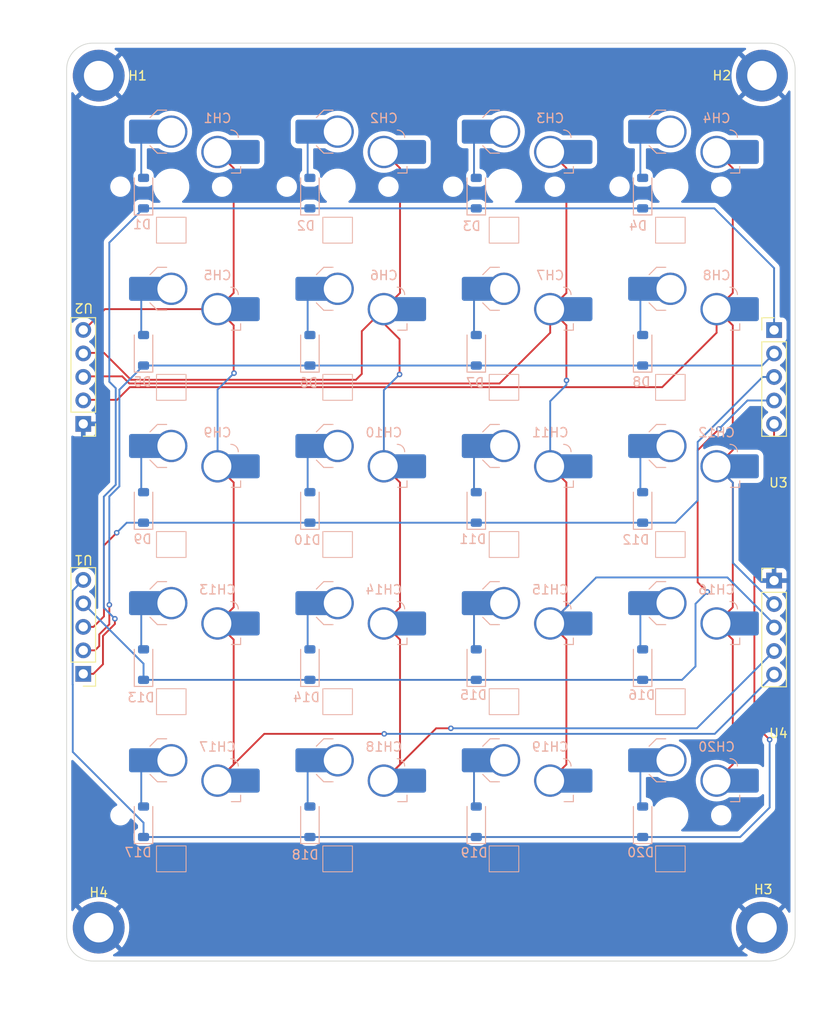
<source format=kicad_pcb>
(kicad_pcb (version 20240108) (generator "pcbnew") (generator_version "8.0")
  (layers (0 "F.Cu" signal) (31 "B.Cu" signal) (34 "B.Paste" user) (35 "F.Paste" user) (36 "B.SilkS" user "B.Silkscreen") (37 "F.SilkS" user "F.Silkscreen") (38 "B.Mask" user) (39 "F.Mask" user) (44 "Edge.Cuts" user))
  (net 0 "")
  (net 1 "Net-(D1-A)")
  (net 2 "col7")
  (net 3 "Net-(D2-A)")
  (net 4 "col8")
  (net 5 "Net-(D3-A)")
  (net 6 "col9")
  (net 7 "Net-(D4-A)")
  (net 8 "col10")
  (net 9 "Net-(D5-A)")
  (net 10 "Net-(D6-A)")
  (net 11 "Net-(D7-A)")
  (net 12 "Net-(D8-A)")
  (net 13 "Net-(D9-A)")
  (net 14 "Net-(D10-A)")
  (net 15 "Net-(D11-A)")
  (net 16 "Net-(D12-A)")
  (net 17 "Net-(D13-A)")
  (net 18 "Net-(D14-A)")
  (net 19 "Net-(D15-A)")
  (net 20 "Net-(D16-A)")
  (net 21 "Net-(D17-A)")
  (net 22 "Net-(D18-A)")
  (net 23 "Net-(D19-A)")
  (net 24 "Net-(D20-A)")
  (net 25 "row4")
  (net 26 "row3")
  (net 27 "row1")
  (net 28 "row2")
  (net 29 "row0")
  (net 30 "GND")
  (footprint "Pogo:Pogo_2.54mm_5p" (layer "F.Cu") (at 26.48 81.59 180)
    (property "Reference" "U1")
    (property "Value" "~")
  )
  (footprint "Pogo:Pogo_2.54mm_5p" (layer "F.Cu") (at 26.48 54.55 180)
    (property "Reference" "U2")
    (property "Value" "~")
  )
  (footprint "MountingHole:MountingHole_3.2mm_M3_DIN965_Pad" (layer "F.Cu") (at 28.15 21.99)
    (property "Reference" "H1")
    (property "Value" "MountingHole_Pad")
  )
  (footprint "Pogo:Pogo_2.54mm_5p" (layer "F.Cu") (at 101.22 81.72)
    (property "Reference" "U4")
    (property "Value" "~")
  )
  (footprint "Pogo:Pogo_2.54mm_5p" (layer "F.Cu") (at 101.22 54.62)
    (property "Reference" "U3")
    (property "Value" "~")
  )
  (footprint "MountingHole:MountingHole_3.2mm_M3_DIN965_Pad" (layer "F.Cu") (at 99.91 114.15)
    (property "Reference" "H3")
    (property "Value" "MountingHole_Pad")
  )
  (footprint "MountingHole:MountingHole_3.2mm_M3_DIN965_Pad" (layer "F.Cu") (at 99.91 21.99)
    (property "Reference" "H2")
    (property "Value" "MountingHole_Pad")
  )
  (footprint "MountingHole:MountingHole_3.2mm_M3_DIN965_Pad" (layer "F.Cu") (at 28.15 114.15)
    (property "Reference" "H4")
    (property "Value" "MountingHole_Pad")
  )
  (footprint "Diode_SMD:D_SOD-123" (layer "B.Cu") (at 69 34.7 90)
    (property "Reference" "D3")
    (property "Value" "D")
  )
  (footprint "PCM_marbastlib-choc:SW_choc_v1_HS_CPG135001S30_1u" (layer "B.Cu") (at 90 102)
    (property "Reference" "CH20")
    (property "Value" "choc_v1_SW_HS")
  )
  (footprint "PCM_marbastlib-choc:SW_choc_v1_HS_CPG135001S30_1u" (layer "B.Cu") (at 54 34)
    (property "Reference" "CH2")
    (property "Value" "choc_v1_SW_HS")
  )
  (footprint "Diode_SMD:D_SOD-123" (layer "B.Cu") (at 51 34.7 90)
    (property "Reference" "D2")
    (property "Value" "D")
  )
  (footprint "Diode_SMD:D_SOD-123" (layer "B.Cu") (at 87 102.7 90)
    (property "Reference" "D20")
    (property "Value" "D")
  )
  (footprint "Diode_SMD:D_SOD-123" (layer "B.Cu") (at 33 51.7 90)
    (property "Reference" "D5")
    (property "Value" "D")
  )
  (footprint "PCM_marbastlib-choc:SW_choc_v1_HS_CPG135001S30_1u" (layer "B.Cu") (at 54 102)
    (property "Reference" "CH18")
    (property "Value" "choc_v1_SW_HS")
  )
  (footprint "Diode_SMD:D_SOD-123" (layer "B.Cu") (at 51 68.7 90)
    (property "Reference" "D10")
    (property "Value" "D")
  )
  (footprint "PCM_marbastlib-choc:SW_choc_v1_HS_CPG135001S30_1u" (layer "B.Cu") (at 72 34)
    (property "Reference" "CH3")
    (property "Value" "choc_v1_SW_HS")
  )
  (footprint "Diode_SMD:D_SOD-123" (layer "B.Cu") (at 33 85.7 90)
    (property "Reference" "D13")
    (property "Value" "D")
  )
  (footprint "PCM_marbastlib-choc:SW_choc_v1_HS_CPG135001S30_1u" (layer "B.Cu") (at 36 51)
    (property "Reference" "CH5")
    (property "Value" "choc_v1_SW_HS")
  )
  (footprint "PCM_marbastlib-choc:SW_choc_v1_HS_CPG135001S30_1u" (layer "B.Cu") (at 90 68)
    (property "Reference" "CH12")
    (property "Value" "choc_v1_SW_HS")
  )
  (footprint "Diode_SMD:D_SOD-123" (layer "B.Cu") (at 51 51.7 90)
    (property "Reference" "D6")
    (property "Value" "D")
  )
  (footprint "PCM_marbastlib-choc:SW_choc_v1_HS_CPG135001S30_1u" (layer "B.Cu") (at 36 68)
    (property "Reference" "CH9")
    (property "Value" "choc_v1_SW_HS")
  )
  (footprint "PCM_marbastlib-choc:SW_choc_v1_HS_CPG135001S30_1u" (layer "B.Cu") (at 54 68)
    (property "Reference" "CH10")
    (property "Value" "choc_v1_SW_HS")
  )
  (footprint "Diode_SMD:D_SOD-123" (layer "B.Cu") (at 33 68.7 90)
    (property "Reference" "D9")
    (property "Value" "D")
  )
  (footprint "PCM_marbastlib-choc:SW_choc_v1_HS_CPG135001S30_1u" (layer "B.Cu") (at 54 85)
    (property "Reference" "CH14")
    (property "Value" "choc_v1_SW_HS")
  )
  (footprint "PCM_marbastlib-choc:SW_choc_v1_HS_CPG135001S30_1u" (layer "B.Cu") (at 72 68)
    (property "Reference" "CH11")
    (property "Value" "choc_v1_SW_HS")
  )
  (footprint "Diode_SMD:D_SOD-123" (layer "B.Cu") (at 51 85.7 90)
    (property "Reference" "D14")
    (property "Value" "D")
  )
  (footprint "PCM_marbastlib-choc:SW_choc_v1_HS_CPG135001S30_1u" (layer "B.Cu") (at 72 102)
    (property "Reference" "CH19")
    (property "Value" "choc_v1_SW_HS")
  )
  (footprint "PCM_marbastlib-choc:SW_choc_v1_HS_CPG135001S30_1u" (layer "B.Cu") (at 36 102)
    (property "Reference" "CH17")
    (property "Value" "choc_v1_SW_HS")
  )
  (footprint "Diode_SMD:D_SOD-123" (layer "B.Cu") (at 87 85.7 90)
    (property "Reference" "D16")
    (property "Value" "D")
  )
  (footprint "PCM_marbastlib-choc:SW_choc_v1_HS_CPG135001S30_1u" (layer "B.Cu") (at 54 51)
    (property "Reference" "CH6")
    (property "Value" "choc_v1_SW_HS")
  )
  (footprint "PCM_marbastlib-choc:SW_choc_v1_HS_CPG135001S30_1u" (layer "B.Cu") (at 90 51)
    (property "Reference" "CH8")
    (property "Value" "choc_v1_SW_HS")
  )
  (footprint "Diode_SMD:D_SOD-123" (layer "B.Cu") (at 69 51.7 90)
    (property "Reference" "D7")
    (property "Value" "D")
  )
  (footprint "Diode_SMD:D_SOD-123" (layer "B.Cu") (at 51 102.7 90)
    (property "Reference" "D18")
    (property "Value" "D")
  )
  (footprint "PCM_marbastlib-choc:SW_choc_v1_HS_CPG135001S30_1u" (layer "B.Cu") (at 36 34)
    (property "Reference" "CH1")
    (property "Value" "choc_v1_SW_HS")
  )
  (footprint "PCM_marbastlib-choc:SW_choc_v1_HS_CPG135001S30_1u" (layer "B.Cu") (at 90 85)
    (property "Reference" "CH16")
    (property "Value" "choc_v1_SW_HS")
  )
  (footprint "Diode_SMD:D_SOD-123" (layer "B.Cu") (at 69 68.7 90)
    (property "Reference" "D11")
    (property "Value" "D")
  )
  (footprint "Diode_SMD:D_SOD-123" (layer "B.Cu") (at 87 34.7 90)
    (property "Reference" "D4")
    (property "Value" "D")
  )
  (footprint "PCM_marbastlib-choc:SW_choc_v1_HS_CPG135001S30_1u" (layer "B.Cu") (at 72 51)
    (property "Reference" "CH7")
    (property "Value" "choc_v1_SW_HS")
  )
  (footprint "Diode_SMD:D_SOD-123" (layer "B.Cu") (at 33 102.7 90)
    (property "Reference" "D17")
    (property "Value" "D")
  )
  (footprint "Diode_SMD:D_SOD-123" (layer "B.Cu") (at 33 34.7 90)
    (property "Reference" "D1")
    (property "Value" "D")
  )
  (footprint "Diode_SMD:D_SOD-123" (layer "B.Cu") (at 87 51.7 90)
    (property "Reference" "D8")
    (property "Value" "D")
  )
  (footprint "PCM_marbastlib-choc:SW_choc_v1_HS_CPG135001S30_1u" (layer "B.Cu") (at 36 85)
    (property "Reference" "CH13")
    (property "Value" "choc_v1_SW_HS")
  )
  (footprint "PCM_marbastlib-choc:SW_choc_v1_HS_CPG135001S30_1u" (layer "B.Cu") (at 72 85)
    (property "Reference" "CH15")
    (property "Value" "choc_v1_SW_HS")
  )
  (footprint "PCM_marbastlib-choc:SW_choc_v1_HS_CPG135001S30_1u" (layer "B.Cu") (at 90 34)
    (property "Reference" "CH4")
    (property "Value" "choc_v1_SW_HS")
  )
  (footprint "Diode_SMD:D_SOD-123" (layer "B.Cu") (at 69 85.7 90)
    (property "Reference" "D15")
    (property "Value" "D")
  )
  (footprint "Diode_SMD:D_SOD-123" (layer "B.Cu") (at 87 68.7 90)
    (property "Reference" "D12")
    (property "Value" "D")
  )
  (footprint "Diode_SMD:D_SOD-123" (layer "B.Cu") (at 69 102.7 90)
    (property "Reference" "D19")
    (property "Value" "D")
  )
  (gr_poly (pts (xy 100.817069 18.479034) (xy 100.960393 18.489933) (xy 101.101634 18.50788) (xy 101.240613 18.532699) (xy 101.377154 18.564213) (xy 101.51108 18.602243) (xy 101.642212 18.646614) (xy 101.770373 18.697146) (xy 101.895387 18.753664) (xy 102.017075 18.815989) (xy 102.135261 18.883944) (xy 102.249768 18.957353) (xy 102.360417 19.036037) (xy 102.467031 19.11982) (xy 102.569434 19.208524) (xy 102.667448 19.301971) (xy 102.760896 19.399985) (xy 102.849599 19.502388) (xy 102.933382 19.609003) (xy 103.012066 19.719653) (xy 103.085475 19.834159) (xy 103.15343 19.952345) (xy 103.215755 20.074034) (xy 103.272273 20.199047) (xy 103.322805 20.327209) (xy 103.367175 20.458341) (xy 103.405206 20.592266) (xy 103.436719 20.728807) (xy 103.461538 20.867787) (xy 103.479486 21.009028) (xy 103.490384 21.152352) (xy 103.494057 21.297583) (xy 103.494057 114.942414) (xy 103.490384 115.087646) (xy 103.479486 115.230971) (xy 103.461538 115.372212) (xy 103.436719 115.511192) (xy 103.405206 115.647733) (xy 103.367175 115.781659) (xy 103.322805 115.912791) (xy 103.272273 116.040953) (xy 103.215755 116.165967) (xy 103.15343 116.287655) (xy 103.085475 116.405842) (xy 103.012066 116.520348) (xy 102.933382 116.630997) (xy 102.849599 116.737612) (xy 102.760896 116.840015) (xy 102.667448 116.938029) (xy 102.569434 117.031477) (xy 102.467031 117.120181) (xy 102.360417 117.203963) (xy 102.249768 117.282648) (xy 102.135261 117.356056) (xy 102.017075 117.424012) (xy 101.895387 117.486337) (xy 101.770373 117.542854) (xy 101.642212 117.593387) (xy 101.51108 117.637757) (xy 101.377154 117.675787) (xy 101.240613 117.707301) (xy 101.101634 117.73212) (xy 100.960393 117.750068) (xy 100.817069 117.760966) (xy 100.671838 117.764638) (xy 27.502221 117.764638) (xy 27.35699 117.760966) (xy 27.213666 117.750068) (xy 27.072425 117.73212) (xy 26.933445 117.707301) (xy 26.796904 117.675787) (xy 26.662979 117.637757) (xy 26.531847 117.593387) (xy 26.403685 117.542854) (xy 26.278672 117.486337) (xy 26.156983 117.424012) (xy 26.038797 117.356056) (xy 25.924291 117.282648) (xy 25.813641 117.203963) (xy 25.707026 117.120181) (xy 25.604623 117.031477) (xy 25.506609 116.938029) (xy 25.413162 116.840015) (xy 25.324458 116.737612) (xy 25.240675 116.630997) (xy 25.161991 116.520348) (xy 25.088582 116.405842) (xy 25.020627 116.287655) (xy 24.958302 116.165967) (xy 24.901784 116.040953) (xy 24.851252 115.912791) (xy 24.806881 115.781659) (xy 24.768851 115.647733) (xy 24.737337 115.511192) (xy 24.712518 115.372212) (xy 24.694571 115.230971) (xy 24.683672 115.087646) (xy 24.68 114.942414) (xy 24.68 21.297583) (xy 24.683672 21.152352) (xy 24.694571 21.009028) (xy 24.712518 20.867787) (xy 24.737337 20.728807) (xy 24.768851 20.592266) (xy 24.806881 20.458341) (xy 24.851252 20.327209) (xy 24.901784 20.199047) (xy 24.958302 20.074034) (xy 25.020627 19.952345) (xy 25.088582 19.834159) (xy 25.161991 19.719653) (xy 25.240675 19.609003) (xy 25.324458 19.502388) (xy 25.413162 19.399985) (xy 25.506609 19.301971) (xy 25.604623 19.208524) (xy 25.707026 19.11982) (xy 25.813641 19.036037) (xy 25.924291 18.957353) (xy 26.038797 18.883944) (xy 26.156983 18.815989) (xy 26.278672 18.753664) (xy 26.403685 18.697146) (xy 26.531847 18.646614) (xy 26.662979 18.602243) (xy 26.796904 18.564213) (xy 26.933445 18.532699) (xy 27.072425 18.50788) (xy 27.213666 18.489933) (xy 27.35699 18.479034) (xy 27.502221 18.475362) (xy 100.671838 18.475362)) (stroke (width 0.081138)) (fill none) (layer "Edge.Cuts"))
  (segment (start 32.755 28.05) (end 32.755 32.805) (width 0.2) (layer "B.Cu") (net 1))
  (segment (start 32.755 32.805) (end 33 33.05) (width 0.2) (layer "B.Cu") (net 1))
  (segment (start 46.06 93.19) (end 59.04 93.19) (width 0.2) (layer "F.Cu") (net 2))
  (segment (start 42.749999 48.999999) (end 42.749999 54.129999) (width 0.2) (layer "F.Cu") (net 2))
  (segment (start 28.82 47.25) (end 26.63 49.44) (width 0.2) (layer "F.Cu") (net 2))
  (segment (start 41 81.25) (end 42.749999 82.999999) (width 0.2) (layer "F.Cu") (net 2))
  (segment (start 42.749999 79.500001) (end 41 81.25) (width 0.2) (layer "F.Cu") (net 2))
  (segment (start 41 30.25) (end 42.749999 31.999999) (width 0.2) (layer "F.Cu") (net 2))
  (segment (start 42.749999 96.500001) (end 41 98.25) (width 0.2) (layer "F.Cu") (net 2))
  (segment (start 42.749999 65.999999) (end 42.749999 79.500001) (width 0.2) (layer "F.Cu") (net 2))
  (segment (start 42.749999 45.500001) (end 41 47.25) (width 0.2) (layer "F.Cu") (net 2))
  (segment (start 41 64.25) (end 42.749999 65.999999) (width 0.2) (layer "F.Cu") (net 2))
  (segment (start 42.749999 31.999999) (end 42.749999 45.500001) (width 0.2) (layer "F.Cu") (net 2))
  (segment (start 42.749999 54.129999) (end 42.79 54.17) (width 0.2) (layer "F.Cu") (net 2))
  (segment (start 41 47.25) (end 42.749999 48.999999) (width 0.2) (layer "F.Cu") (net 2))
  (segment (start 41 47.25) (end 28.82 47.25) (width 0.2) (layer "F.Cu") (net 2))
  (segment (start 42.749999 82.999999) (end 42.749999 96.500001) (width 0.2) (layer "F.Cu") (net 2))
  (segment (start 41 98.25) (end 46.06 93.19) (width 0.2) (layer "F.Cu") (net 2))
  (via (at 59.04 93.19) (size 0.6) (drill 0.3) (layers "F.Cu" "B.Cu") (net 2))
  (via (at 42.79 54.17) (size 0.6) (drill 0.3) (layers "F.Cu" "B.Cu") (net 2))
  (segment (start 41.01 55.95) (end 41.01 64.24) (width 0.2) (layer "B.Cu") (net 2))
  (segment (start 94.8 93.19) (end 101.22 86.77) (width 0.2) (layer "B.Cu") (net 2))
  (segment (start 41.01 64.24) (end 41 64.25) (width 0.2) (layer "B.Cu") (net 2))
  (segment (start 42.79 54.17) (end 41.01 55.95) (width 0.2) (layer "B.Cu") (net 2))
  (segment (start 59.04 93.19) (end 94.8 93.19) (width 0.2) (layer "B.Cu") (net 2))
  (segment (start 50.755 32.805) (end 51 33.05) (width 0.2) (layer "B.Cu") (net 3))
  (segment (start 50.755 28.05) (end 50.755 32.805) (width 0.2) (layer "B.Cu") (net 3))
  (segment (start 59.197055 48.999999) (end 60.7 50.502944) (width 0.2) (layer "F.Cu") (net 4))
  (segment (start 60.749999 79.500001) (end 59 81.25) (width 0.2) (layer "F.Cu") (net 4))
  (segment (start 55.98 54.89) (end 31.63 54.89) (width 0.2) (layer "F.Cu") (net 4))
  (segment (start 60.749999 96.500001) (end 59 98.25) (width 0.2) (layer "F.Cu") (net 4))
  (segment (start 60.749999 31.999999) (end 60.749999 45.500001) (width 0.2) (layer "F.Cu") (net 4))
  (segment (start 60.7 50.502944) (end 60.7 54.31) (width 0.2) (layer "F.Cu") (net 4))
  (segment (start 60.749999 45.500001) (end 59 47.25) (width 0.2) (layer "F.Cu") (net 4))
  (segment (start 59 81.25) (end 60.749999 82.999999) (width 0.2) (layer "F.Cu") (net 4))
  (segment (start 28.72 51.98) (end 26.63 51.98) (width 0.2) (layer "F.Cu") (net 4))
  (segment (start 59 47.25) (end 56.61 49.64) (width 0.2) (layer "F.Cu") (net 4))
  (segment (start 56.61 49.64) (end 56.61 54.26) (width 0.2) (layer "F.Cu") (net 4))
  (segment (start 59 64.25) (end 60.749999 65.999999) (width 0.2) (layer "F.Cu") (net 4))
  (segment (start 59 98.25) (end 64.66 92.59) (width 0.2) (layer "F.Cu") (net 4))
  (segment (start 60.749999 65.999999) (end 60.749999 79.500001) (width 0.2) (layer "F.Cu") (net 4))
  (segment (start 31.63 54.89) (end 28.72 51.98) (width 0.2) (layer "F.Cu") (net 4))
  (segment (start 60.749999 82.999999) (end 60.749999 96.500001) (width 0.2) (layer "F.Cu") (net 4))
  (segment (start 59 30.25) (end 60.749999 31.999999) (width 0.2) (layer "F.Cu") (net 4))
  (segment (start 64.66 92.59) (end 66.25 92.59) (width 0.2) (layer "F.Cu") (net 4))
  (segment (start 56.61 54.26) (end 55.98 54.89) (width 0.2) (layer "F.Cu") (net 4))
  (via (at 60.7 54.31) (size 0.6) (drill 0.3) (layers "F.Cu" "B.Cu") (net 4))
  (via (at 66.25 92.59) (size 0.6) (drill 0.3) (layers "F.Cu" "B.Cu") (net 4))
  (segment (start 59 56.01) (end 59 64.25) (width 0.2) (layer "B.Cu") (net 4))
  (segment (start 66.25 92.59) (end 92.86 92.59) (width 0.2) (layer "B.Cu") (net 4))
  (segment (start 60.7 54.31) (end 59 56.01) (width 0.2) (layer "B.Cu") (net 4))
  (segment (start 92.86 92.59) (end 101.22 84.23) (width 0.2) (layer "B.Cu") (net 4))
  (segment (start 68.755 28.05) (end 68.755 32.805) (width 0.2) (layer "B.Cu") (net 5))
  (segment (start 68.755 32.805) (end 69 33.05) (width 0.2) (layer "B.Cu") (net 5))
  (segment (start 78.749999 31.999999) (end 78.749999 45.500001) (width 0.2) (layer "F.Cu") (net 6))
  (segment (start 30.694314 54.52) (end 31.464314 55.29) (width 0.2) (layer "F.Cu") (net 6))
  (segment (start 26.63 54.52) (end 30.694314 54.52) (width 0.2) (layer "F.Cu") (net 6))
  (segment (start 78.749999 79.500001) (end 77 81.25) (width 0.2) (layer "F.Cu") (net 6))
  (segment (start 31.464314 55.29) (end 71.512944 55.29) (width 0.2) (layer "F.Cu") (net 6))
  (segment (start 78.749999 96.500001) (end 77 98.25) (width 0.2) (layer "F.Cu") (net 6))
  (segment (start 78.749999 54.949999) (end 78.76 54.96) (width 0.2) (layer "F.Cu") (net 6))
  (segment (start 77 64.25) (end 78.749999 65.999999) (width 0.2) (layer "F.Cu") (net 6))
  (segment (start 77 49.802944) (end 77 47.25) (width 0.2) (layer "F.Cu") (net 6))
  (segment (start 77 81.25) (end 78.749999 82.999999) (width 0.2) (layer "F.Cu") (net 6))
  (segment (start 78.749999 48.999999) (end 78.749999 54.949999) (width 0.2) (layer "F.Cu") (net 6))
  (segment (start 78.749999 82.999999) (end 78.749999 96.500001) (width 0.2) (layer "F.Cu") (net 6))
  (segment (start 77 47.25) (end 78.749999 48.999999) (width 0.2) (layer "F.Cu") (net 6))
  (segment (start 78.749999 65.999999) (end 78.749999 79.500001) (width 0.2) (layer "F.Cu") (net 6))
  (segment (start 78.749999 45.500001) (end 77 47.25) (width 0.2) (layer "F.Cu") (net 6))
  (segment (start 71.512944 55.29) (end 77 49.802944) (width 0.2) (layer "F.Cu") (net 6))
  (segment (start 77 30.25) (end 78.749999 31.999999) (width 0.2) (layer "F.Cu") (net 6))
  (via (at 78.76 54.96) (size 0.6) (drill 0.3) (layers "F.Cu" "B.Cu") (net 6))
  (segment (start 77 57.2) (end 77 64.25) (width 0.2) (layer "B.Cu") (net 6))
  (segment (start 96.169164 76.27) (end 101.22 81.320836) (width 0.2) (layer "B.Cu") (net 6))
  (segment (start 77 81.25) (end 81.98 76.27) (width 0.2) (layer "B.Cu") (net 6))
  (segment (start 81.98 76.27) (end 96.169164 76.27) (width 0.2) (layer "B.Cu") (net 6))
  (segment (start 101.22 81.320836) (end 101.22 81.69) (width 0.2) (layer "B.Cu") (net 6))
  (segment (start 78.76 54.96) (end 78.76 55.44) (width 0.2) (layer "B.Cu") (net 6))
  (segment (start 78.76 55.44) (end 77 57.2) (width 0.2) (layer "B.Cu") (net 6))
  (segment (start 86.755 28.05) (end 86.755 32.805) (width 0.2) (layer "B.Cu") (net 7))
  (segment (start 86.755 32.805) (end 87 33.05) (width 0.2) (layer "B.Cu") (net 7))
  (segment (start 96.749999 31.999999) (end 96.749999 45.500001) (width 0.2) (layer "F.Cu") (net 8))
  (segment (start 95 64.25) (end 96.749999 65.999999) (width 0.2) (layer "F.Cu") (net 8))
  (segment (start 96.749999 82.999999) (end 96.749999 96.500001) (width 0.2) (layer "F.Cu") (net 8))
  (segment (start 96.749999 48.999999) (end 96.749999 62.500001) (width 0.2) (layer "F.Cu") (net 8))
  (segment (start 95 81.25) (end 96.749999 82.999999) (width 0.2) (layer "F.Cu") (net 8))
  (segment (start 96.749999 65.999999) (end 96.749999 79.500001) (width 0.2) (layer "F.Cu") (net 8))
  (segment (start 95 30.25) (end 96.749999 31.999999) (width 0.2) (layer "F.Cu") (net 8))
  (segment (start 26.63 57.06) (end 30.14 57.06) (width 0.2) (layer "F.Cu") (net 8))
  (segment (start 96.749999 96.500001) (end 95 98.25) (width 0.2) (layer "F.Cu") (net 8))
  (segment (start 30.14 57.06) (end 31.51 55.69) (width 0.2) (layer "F.Cu") (net 8))
  (segment (start 96.749999 79.500001) (end 95 81.25) (width 0.2) (layer "F.Cu") (net 8))
  (segment (start 95 47.25) (end 96.749999 48.999999) (width 0.2) (layer "F.Cu") (net 8))
  (segment (start 89.112944 55.69) (end 95 49.802944) (width 0.2) (layer "F.Cu") (net 8))
  (segment (start 95 49.802944) (end 95 47.25) (width 0.2) (layer "F.Cu") (net 8))
  (segment (start 96.749999 45.500001) (end 95 47.25) (width 0.2) (layer "F.Cu") (net 8))
  (segment (start 96.749999 62.500001) (end 95 64.25) (width 0.2) (layer "F.Cu") (net 8))
  (segment (start 31.51 55.69) (end 89.112944 55.69) (width 0.2) (layer "F.Cu") (net 8))
  (segment (start 101.22 79.15) (end 96.77 74.7) (width 0.2) (layer "B.Cu") (net 8))
  (segment (start 96.77 66.02) (end 95 64.25) (width 0.2) (layer "B.Cu") (net 8))
  (segment (start 96.77 74.7) (end 96.77 66.02) (width 0.2) (layer "B.Cu") (net 8))
  (segment (start 32.755 45.05) (end 32.755 49.805) (width 0.2) (layer "B.Cu") (net 9))
  (segment (start 32.755 49.805) (end 33 50.05) (width 0.2) (layer "B.Cu") (net 9))
  (segment (start 50.755 45.05) (end 50.755 49.805) (width 0.2) (layer "B.Cu") (net 10))
  (segment (start 50.755 49.805) (end 51 50.05) (width 0.2) (layer "B.Cu") (net 10))
  (segment (start 68.755 49.805) (end 69 50.05) (width 0.2) (layer "B.Cu") (net 11))
  (segment (start 68.755 45.05) (end 68.755 49.805) (width 0.2) (layer "B.Cu") (net 11))
  (segment (start 86.755 49.805) (end 87 50.05) (width 0.2) (layer "B.Cu") (net 12))
  (segment (start 86.755 45.05) (end 86.755 49.805) (width 0.2) (layer "B.Cu") (net 12))
  (segment (start 32.755 62.05) (end 32.755 66.805) (width 0.2) (layer "B.Cu") (net 13))
  (segment (start 32.755 66.805) (end 33 67.05) (width 0.2) (layer "B.Cu") (net 13))
  (segment (start 50.755 66.805) (end 51 67.05) (width 0.2) (layer "B.Cu") (net 14))
  (segment (start 50.755 62.05) (end 50.755 66.805) (width 0.2) (layer "B.Cu") (net 14))
  (segment (start 68.755 62.05) (end 68.755 66.805) (width 0.2) (layer "B.Cu") (net 15))
  (segment (start 68.755 66.805) (end 69 67.05) (width 0.2) (layer "B.Cu") (net 15))
  (segment (start 86.755 62.05) (end 86.755 66.805) (width 0.2) (layer "B.Cu") (net 16))
  (segment (start 86.755 66.805) (end 87 67.05) (width 0.2) (layer "B.Cu") (net 16))
  (segment (start 32.755 83.805) (end 33 84.05) (width 0.2) (layer "B.Cu") (net 17))
  (segment (start 32.755 79.05) (end 32.755 83.805) (width 0.2) (layer "B.Cu") (net 17))
  (segment (start 50.755 79.05) (end 50.755 83.805) (width 0.2) (layer "B.Cu") (net 18))
  (segment (start 50.755 83.805) (end 51 84.05) (width 0.2) (layer "B.Cu") (net 18))
  (segment (start 68.755 79.05) (end 68.755 83.805) (width 0.2) (layer "B.Cu") (net 19))
  (segment (start 68.755 83.805) (end 69 84.05) (width 0.2) (layer "B.Cu") (net 19))
  (segment (start 86.755 79.05) (end 86.755 83.805) (width 0.2) (layer "B.Cu") (net 20))
  (segment (start 86.755 83.805) (end 87 84.05) (width 0.2) (layer "B.Cu") (net 20))
  (segment (start 32.755 100.805) (end 33 101.05) (width 0.2) (layer "B.Cu") (net 21))
  (segment (start 32.755 96.05) (end 32.755 100.805) (width 0.2) (layer "B.Cu") (net 21))
  (segment (start 50.755 96.05) (end 50.755 100.805) (width 0.2) (layer "B.Cu") (net 22))
  (segment (start 50.755 100.805) (end 51 101.05) (width 0.2) (layer "B.Cu") (net 22))
  (segment (start 68.755 96.05) (end 68.755 100.805) (width 0.2) (layer "B.Cu") (net 23))
  (segment (start 68.755 100.805) (end 69 101.05) (width 0.2) (layer "B.Cu") (net 23))
  (segment (start 86.755 96.05) (end 86.755 100.805) (width 0.2) (layer "B.Cu") (net 24))
  (segment (start 86.755 100.805) (end 87 101.05) (width 0.2) (layer "B.Cu") (net 24))
  (segment (start 100.74 93.82) (end 99.09 92.17) (width 0.2) (layer "F.Cu") (net 25))
  (segment (start 99.09 72.57) (end 101.22 70.44) (width 0.2) (layer "F.Cu") (net 25))
  (segment (start 101.22 70.44) (end 101.22 59.67) (width 0.2) (layer "F.Cu") (net 25))
  (segment (start 99.09 92.17) (end 99.09 72.57) (width 0.2) (layer "F.Cu") (net 25))
  (via (at 100.74 93.82) (size 0.6) (drill 0.3) (layers "F.Cu" "B.Cu") (net 25))
  (segment (start 87 104.35) (end 97.55 104.35) (width 0.2) (layer "B.Cu") (net 25))
  (segment (start 25.34 87.86) (end 25.33 87.85) (width 0.2) (layer "B.Cu") (net 25))
  (segment (start 33 102.802944) (end 25.34 95.142944) (width 0.2) (layer "B.Cu") (net 25))
  (segment (start 33 104.35) (end 51 104.35) (width 0.2) (layer "B.Cu") (net 25))
  (segment (start 25.33 77.69) (end 26.48 76.54) (width 0.2) (layer "B.Cu") (net 25))
  (segment (start 25.34 95.142944) (end 25.34 87.86) (width 0.2) (layer "B.Cu") (net 25))
  (segment (start 25.33 87.85) (end 25.33 77.69) (width 0.2) (layer "B.Cu") (net 25))
  (segment (start 97.55 104.35) (end 99.93 101.97) (width 0.2) (layer "B.Cu") (net 25))
  (segment (start 69 104.35) (end 87 104.35) (width 0.2) (layer "B.Cu") (net 25))
  (segment (start 99.93 101.97) (end 100.74 101.16) (width 0.2) (layer "B.Cu") (net 25))
  (segment (start 100.74 101.16) (end 100.74 93.82) (width 0.2) (layer "B.Cu") (net 25))
  (segment (start 51 104.35) (end 69 104.35) (width 0.2) (layer "B.Cu") (net 25))
  (segment (start 33 104.35) (end 33 102.802944) (width 0.2) (layer "B.Cu") (net 25))
  (segment (start 92.95 62.52) (end 95.26 60.21) (width 0.2) (layer "F.Cu") (net 26))
  (segment (start 94 77.84) (end 92.95 76.79) (width 0.2) (layer "F.Cu") (net 26))
  (segment (start 92.95 76.79) (end 92.95 62.52) (width 0.2) (layer "F.Cu") (net 26))
  (via (at 94 77.84) (size 0.6) (drill 0.3) (layers "F.Cu" "B.Cu") (net 26))
  (via (at 95.26 60.21) (size 0.6) (drill 0.3) (layers "F.Cu" "B.Cu") (net 26))
  (segment (start 95.26 60.21) (end 98.34 57.13) (width 0.2) (layer "B.Cu") (net 26))
  (segment (start 33 87.35) (end 51 87.35) (width 0.2) (layer "B.Cu") (net 26))
  (segment (start 98.34 57.13) (end 101.22 57.13) (width 0.2) (layer "B.Cu") (net 26))
  (segment (start 51 87.35) (end 69 87.35) (width 0.2) (layer "B.Cu") (net 26))
  (segment (start 92.72 85.89) (end 92.72 79.12) (width 0.2) (layer "B.Cu") (net 26))
  (segment (start 33 87.35) (end 33 85.6) (width 0.2) (layer "B.Cu") (net 26))
  (segment (start 69 87.35) (end 87 87.35) (width 0.2) (layer "B.Cu") (net 26))
  (segment (start 33 85.6) (end 26.48 79.08) (width 0.2) (layer "B.Cu") (net 26))
  (segment (start 87 87.35) (end 91.26 87.35) (width 0.2) (layer "B.Cu") (net 26))
  (segment (start 91.26 87.35) (end 92.72 85.89) (width 0.2) (layer "B.Cu") (net 26))
  (segment (start 92.72 79.12) (end 94 77.84) (width 0.2) (layer "B.Cu") (net 26))
  (segment (start 28.21 82.43) (end 28.21 83.69) (width 0.2) (layer "F.Cu") (net 27))
  (segment (start 27.74 84.16) (end 26.48 84.16) (width 0.2) (layer "F.Cu") (net 27))
  (segment (start 29.3 81.34) (end 28.21 82.43) (width 0.2) (layer "F.Cu") (net 27))
  (segment (start 29.3 79.23) (end 29.3 81.34) (width 0.2) (layer "F.Cu") (net 27))
  (segment (start 28.21 83.69) (end 27.74 84.16) (width 0.2) (layer "F.Cu") (net 27))
  (via (at 29.3 79.23) (size 0.6) (drill 0.3) (layers "F.Cu" "B.Cu") (net 27))
  (segment (start 51 53.35) (end 69 53.35) (width 0.2) (layer "B.Cu") (net 27))
  (segment (start 33 53.35) (end 30.39 55.96) (width 0.2) (layer "B.Cu") (net 27))
  (segment (start 30.39 55.96) (end 30.39 66.412944) (width 0.2) (layer "B.Cu") (net 27))
  (segment (start 99.92 53.35) (end 101.22 52.05) (width 0.2) (layer "B.Cu") (net 27))
  (segment (start 87 53.35) (end 99.92 53.35) (width 0.2) (layer "B.Cu") (net 27))
  (segment (start 69 53.35) (end 87 53.35) (width 0.2) (layer "B.Cu") (net 27))
  (segment (start 30.39 66.412944) (end 29.3 67.502944) (width 0.2) (layer "B.Cu") (net 27))
  (segment (start 33 53.35) (end 51 53.35) (width 0.2) (layer "B.Cu") (net 27))
  (segment (start 29.3 67.502944) (end 29.3 79.23) (width 0.2) (layer "B.Cu") (net 27))
  (segment (start 28.7 79.478529) (end 28.72 79.498529) (width 0.2) (layer "F.Cu") (net 28))
  (segment (start 28.7 72.83) (end 28.7 79.478529) (width 0.2) (layer "F.Cu") (net 28))
  (segment (start 27.58 81.62) (end 26.48 81.62) (width 0.2) (layer "F.Cu") (net 28))
  (segment (start 28.72 80.48) (end 27.58 81.62) (width 0.2) (layer "F.Cu") (net 28))
  (segment (start 28.72 79.498529) (end 28.72 80.48) (width 0.2) (layer "F.Cu") (net 28))
  (segment (start 30.095 71.435) (end 28.7 72.83) (width 0.2) (layer "F.Cu") (net 28))
  (via (at 30.095 71.435) (size 0.6) (drill 0.3) (layers "F.Cu" "B.Cu") (net 28))
  (segment (start 99.98 54.59) (end 101.22 54.59) (width 0.2) (layer "B.Cu") (net 28))
  (segment (start 31.18 70.35) (end 33 70.35) (width 0.2) (layer "B.Cu") (net 28))
  (segment (start 92.95 67.949138) (end 92.95 61.62) (width 0.2) (layer "B.Cu") (net 28))
  (segment (start 69 70.35) (end 87 70.35) (width 0.2) (layer "B.Cu") (net 28))
  (segment (start 90.549138 70.35) (end 92.95 67.949138) (width 0.2) (layer "B.Cu") (net 28))
  (segment (start 33 70.35) (end 51 70.35) (width 0.2) (layer "B.Cu") (net 28))
  (segment (start 30.095 71.435) (end 31.18 70.35) (width 0.2) (layer "B.Cu") (net 28))
  (segment (start 51 70.35) (end 69 70.35) (width 0.2) (layer "B.Cu") (net 28))
  (segment (start 87 70.35) (end 90.549138 70.35) (width 0.2) (layer "B.Cu") (net 28))
  (segment (start 92.95 61.62) (end 99.98 54.59) (width 0.2) (layer "B.Cu") (net 28))
  (segment (start 29.9 81.305686) (end 28.61 82.595686) (width 0.2) (layer "F.Cu") (net 29))
  (segment (start 28.61 85.66) (end 27.57 86.7) (width 0.2) (layer "F.Cu") (net 29))
  (segment (start 29.9 80.74) (end 29.9 81.305686) (width 0.2) (layer "F.Cu") (net 29))
  (segment (start 28.61 82.595686) (end 28.61 85.66) (width 0.2) (layer "F.Cu") (net 29))
  (segment (start 27.57 86.7) (end 26.48 86.7) (width 0.2) (layer "F.Cu") (net 29))
  (via (at 29.9 80.74) (size 0.6) (drill 0.3) (layers "F.Cu" "B.Cu") (net 29))
  (segment (start 87 36.35) (end 94.76 36.35) (width 0.2) (layer "B.Cu") (net 29))
  (segment (start 51 36.35) (end 69 36.35) (width 0.2) (layer "B.Cu") (net 29))
  (segment (start 94.76 36.35) (end 101.22 42.81) (width 0.2) (layer "B.Cu") (net 29))
  (segment (start 29.99 66.247258) (end 28.7 67.537258) (width 0.2) (layer "B.Cu") (net 29))
  (segment (start 29.3 55.104314) (end 29.99 55.794314) (width 0.2) (layer "B.Cu") (net 29))
  (segment (start 29.99 55.794314) (end 29.99 66.247258) (width 0.2) (layer "B.Cu") (net 29))
  (segment (start 29.3 40.05) (end 29.3 55.104314) (width 0.2) (layer "B.Cu") (net 29))
  (segment (start 33 36.35) (end 29.3 40.05) (width 0.2) (layer "B.Cu") (net 29))
  (segment (start 33 36.35) (end 51 36.35) (width 0.2) (layer "B.Cu") (net 29))
  (segment (start 28.7 67.537258) (end 28.7 79.54) (width 0.2) (layer "B.Cu") (net 29))
  (segment (start 69 36.35) (end 87 36.35) (width 0.2) (layer "B.Cu") (net 29))
  (segment (start 101.22 42.81) (end 101.22 49.51) (width 0.2) (layer "B.Cu") (net 29))
  (segment (start 28.7 79.54) (end 29.9 80.74) (width 0.2) (layer "B.Cu") (net 29))
  (zone (net 30) (net_name "GND") (layer "B.Cu") (connect_pads (clearance 0.5)) (min_thickness 0.25) (fill yes (thermal_gap 0.5) (thermal_bridge_width 0.5))
    (polygon (pts (xy 18.2 13.81) (xy 106.02 14.1) (xy 107.92 123.87) (xy 17.47 124.6)))
  )
)
</source>
